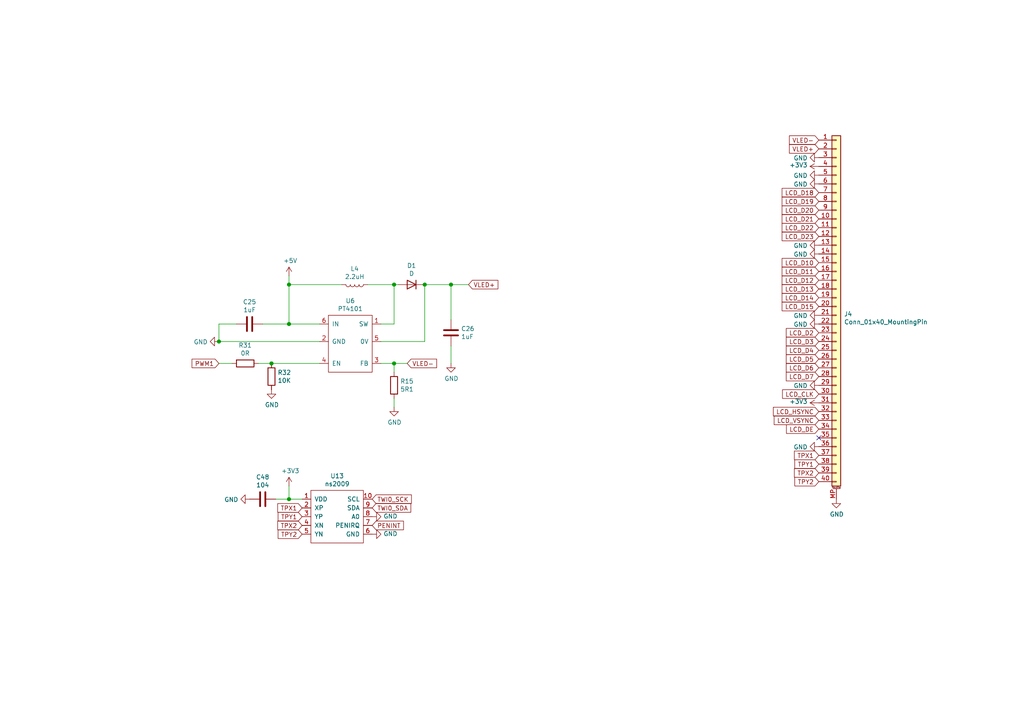
<source format=kicad_sch>
(kicad_sch (version 20210126) (generator eeschema)
  (paper "A4")
  (lib_symbols
    (symbol "Connector_Generic_MountingPin:Conn_01x40_MountingPin" (pin_names (offset 1.016) hide)
      (property "Reference" "J" (at 0 50.8 0))
      (property "Value" "Conn_01x40_MountingPin" (at 1.27 -53.34 0))
      (symbol "Conn_01x40_MountingPin_1_1"
        (text "Mounting" (at 0 -52.451 0) (effects (font (size 0.381 0.381))))
        (rectangle (start -1.27 -27.813) (end 0 -28.067) (stroke (width 0.1524)))
        (rectangle (start -1.27 -30.353) (end 0 -30.607) (stroke (width 0.1524)))
        (rectangle (start -1.27 -32.893) (end 0 -33.147) (stroke (width 0.1524)))
        (rectangle (start -1.27 -35.433) (end 0 -35.687) (stroke (width 0.1524)))
        (rectangle (start -1.27 -37.973) (end 0 -38.227) (stroke (width 0.1524)))
        (rectangle (start -1.27 -40.513) (end 0 -40.767) (stroke (width 0.1524)))
        (rectangle (start -1.27 -43.053) (end 0 -43.307) (stroke (width 0.1524)))
        (rectangle (start -1.27 -45.593) (end 0 -45.847) (stroke (width 0.1524)))
        (rectangle (start -1.27 -48.133) (end 0 -48.387) (stroke (width 0.1524)))
        (rectangle (start -1.27 -4.953) (end 0 -5.207) (stroke (width 0.1524)))
        (rectangle (start -1.27 -50.673) (end 0 -50.927) (stroke (width 0.1524)))
        (rectangle (start -1.27 -7.493) (end 0 -7.747) (stroke (width 0.1524)))
        (rectangle (start -1.27 -10.033) (end 0 -10.287) (stroke (width 0.1524)))
        (rectangle (start -1.27 -12.573) (end 0 -12.827) (stroke (width 0.1524)))
        (rectangle (start -1.27 -15.113) (end 0 -15.367) (stroke (width 0.1524)))
        (rectangle (start -1.27 -17.653) (end 0 -17.907) (stroke (width 0.1524)))
        (rectangle (start -1.27 -20.193) (end 0 -20.447) (stroke (width 0.1524)))
        (rectangle (start -1.27 -22.733) (end 0 -22.987) (stroke (width 0.1524)))
        (rectangle (start -1.27 -2.413) (end 0 -2.667) (stroke (width 0.1524)))
        (rectangle (start -1.27 -25.273) (end 0 -25.527) (stroke (width 0.1524)))
        (rectangle (start -1.27 25.527) (end 0 25.273) (stroke (width 0.1524)))
        (rectangle (start -1.27 2.667) (end 0 2.413) (stroke (width 0.1524)))
        (rectangle (start -1.27 28.067) (end 0 27.813) (stroke (width 0.1524)))
        (rectangle (start -1.27 30.607) (end 0 30.353) (stroke (width 0.1524)))
        (rectangle (start -1.27 33.147) (end 0 32.893) (stroke (width 0.1524)))
        (rectangle (start -1.27 35.687) (end 0 35.433) (stroke (width 0.1524)))
        (rectangle (start -1.27 38.227) (end 0 37.973) (stroke (width 0.1524)))
        (rectangle (start -1.27 40.767) (end 0 40.513) (stroke (width 0.1524)))
        (rectangle (start -1.27 43.307) (end 0 43.053) (stroke (width 0.1524)))
        (rectangle (start -1.27 45.847) (end 0 45.593) (stroke (width 0.1524)))
        (rectangle (start -1.27 48.387) (end 0 48.133) (stroke (width 0.1524)))
        (rectangle (start -1.27 49.53) (end 1.27 -52.07) (stroke (width 0.254)) (fill (type background)))
        (rectangle (start -1.27 5.207) (end 0 4.953) (stroke (width 0.1524)))
        (rectangle (start -1.27 7.747) (end 0 7.493) (stroke (width 0.1524)))
        (rectangle (start -1.27 10.287) (end 0 10.033) (stroke (width 0.1524)))
        (rectangle (start -1.27 0.127) (end 0 -0.127) (stroke (width 0.1524)))
        (rectangle (start -1.27 12.827) (end 0 12.573) (stroke (width 0.1524)))
        (rectangle (start -1.27 15.367) (end 0 15.113) (stroke (width 0.1524)))
        (rectangle (start -1.27 17.907) (end 0 17.653) (stroke (width 0.1524)))
        (rectangle (start -1.27 20.447) (end 0 20.193) (stroke (width 0.1524)))
        (rectangle (start -1.27 22.987) (end 0 22.733) (stroke (width 0.1524)))
        (polyline (pts (xy -1.016 -52.832) (xy 1.016 -52.832)) (stroke (width 0.1524)))
        (pin passive line (at 0 -55.88 90) (length 3.048) (name "MountPin") (number "MP"))
        (pin passive line (at -5.08 48.26 0) (length 3.81) (name "Pin_1") (number "1"))
        (pin passive line (at -5.08 25.4 0) (length 3.81) (name "Pin_10") (number "10"))
        (pin passive line (at -5.08 22.86 0) (length 3.81) (name "Pin_11") (number "11"))
        (pin passive line (at -5.08 20.32 0) (length 3.81) (name "Pin_12") (number "12"))
        (pin passive line (at -5.08 17.78 0) (length 3.81) (name "Pin_13") (number "13"))
        (pin passive line (at -5.08 15.24 0) (length 3.81) (name "Pin_14") (number "14"))
        (pin passive line (at -5.08 12.7 0) (length 3.81) (name "Pin_15") (number "15"))
        (pin passive line (at -5.08 10.16 0) (length 3.81) (name "Pin_16") (number "16"))
        (pin passive line (at -5.08 7.62 0) (length 3.81) (name "Pin_17") (number "17"))
        (pin passive line (at -5.08 5.08 0) (length 3.81) (name "Pin_18") (number "18"))
        (pin passive line (at -5.08 2.54 0) (length 3.81) (name "Pin_19") (number "19"))
        (pin passive line (at -5.08 45.72 0) (length 3.81) (name "Pin_2") (number "2"))
        (pin passive line (at -5.08 0 0) (length 3.81) (name "Pin_20") (number "20"))
        (pin passive line (at -5.08 -2.54 0) (length 3.81) (name "Pin_21") (number "21"))
        (pin passive line (at -5.08 -5.08 0) (length 3.81) (name "Pin_22") (number "22"))
        (pin passive line (at -5.08 -7.62 0) (length 3.81) (name "Pin_23") (number "23"))
        (pin passive line (at -5.08 -10.16 0) (length 3.81) (name "Pin_24") (number "24"))
        (pin passive line (at -5.08 -12.7 0) (length 3.81) (name "Pin_25") (number "25"))
        (pin passive line (at -5.08 -15.24 0) (length 3.81) (name "Pin_26") (number "26"))
        (pin passive line (at -5.08 -17.78 0) (length 3.81) (name "Pin_27") (number "27"))
        (pin passive line (at -5.08 -20.32 0) (length 3.81) (name "Pin_28") (number "28"))
        (pin passive line (at -5.08 -22.86 0) (length 3.81) (name "Pin_29") (number "29"))
        (pin passive line (at -5.08 43.18 0) (length 3.81) (name "Pin_3") (number "3"))
        (pin passive line (at -5.08 -25.4 0) (length 3.81) (name "Pin_30") (number "30"))
        (pin passive line (at -5.08 -27.94 0) (length 3.81) (name "Pin_31") (number "31"))
        (pin passive line (at -5.08 -30.48 0) (length 3.81) (name "Pin_32") (number "32"))
        (pin passive line (at -5.08 -33.02 0) (length 3.81) (name "Pin_33") (number "33"))
        (pin passive line (at -5.08 -35.56 0) (length 3.81) (name "Pin_34") (number "34"))
        (pin passive line (at -5.08 -38.1 0) (length 3.81) (name "Pin_35") (number "35"))
        (pin passive line (at -5.08 -40.64 0) (length 3.81) (name "Pin_36") (number "36"))
        (pin passive line (at -5.08 -43.18 0) (length 3.81) (name "Pin_37") (number "37"))
        (pin passive line (at -5.08 -45.72 0) (length 3.81) (name "Pin_38") (number "38"))
        (pin passive line (at -5.08 -48.26 0) (length 3.81) (name "Pin_39") (number "39"))
        (pin passive line (at -5.08 40.64 0) (length 3.81) (name "Pin_4") (number "4"))
        (pin passive line (at -5.08 -50.8 0) (length 3.81) (name "Pin_40") (number "40"))
        (pin passive line (at -5.08 38.1 0) (length 3.81) (name "Pin_5") (number "5"))
        (pin passive line (at -5.08 35.56 0) (length 3.81) (name "Pin_6") (number "6"))
        (pin passive line (at -5.08 33.02 0) (length 3.81) (name "Pin_7") (number "7"))
        (pin passive line (at -5.08 30.48 0) (length 3.81) (name "Pin_8") (number "8"))
        (pin passive line (at -5.08 27.94 0) (length 3.81) (name "Pin_9") (number "9"))
      )
    )
    (symbol "Device:C" (pin_numbers hide) (pin_names (offset 0.254))
      (property "Reference" "C" (at 0.635 2.54 0))
      (property "Value" "C" (at 0.635 -2.54 0))
      (symbol "C_0_1"
        (polyline (pts (xy -2.032 -0.762) (xy 2.032 -0.762)) (stroke (width 0.508)))
        (polyline (pts (xy -2.032 0.762) (xy 2.032 0.762)) (stroke (width 0.508)))
      )
      (symbol "C_1_1"
        (pin passive line (at 0 3.81 270) (length 2.794) (name "~") (number "1"))
        (pin passive line (at 0 -3.81 90) (length 2.794) (name "~") (number "2"))
      )
    )
    (symbol "Device:D" (pin_numbers hide) (pin_names (offset 1.016) hide)
      (property "Reference" "D" (at 0 2.54 0))
      (property "Value" "D" (at 0 -2.54 0))
      (symbol "D_0_1"
        (polyline (pts (xy -1.27 1.27) (xy -1.27 -1.27)) (stroke (width 0.254)))
        (polyline (pts (xy 1.27 0) (xy -1.27 0)))
        (polyline (pts (xy 1.27 1.27) (xy 1.27 -1.27) (xy -1.27 0) (xy 1.27 1.27)) (stroke (width 0.254)))
      )
      (symbol "D_1_1"
        (pin passive line (at -3.81 0 0) (length 2.54) (name "K") (number "1"))
        (pin passive line (at 3.81 0 180) (length 2.54) (name "A") (number "2"))
      )
    )
    (symbol "Device:L" (pin_numbers hide) (pin_names (offset 1.016) hide)
      (property "Reference" "L" (at -1.27 0 90))
      (property "Value" "L" (at 1.905 0 90))
      (symbol "L_0_1"
        (arc (start 0 -2.54) (end 0 -1.27) (radius (at 0 -1.905) (length 0.635) (angles -89.9 89.9)))
        (arc (start 0 -1.27) (end 0 0) (radius (at 0 -0.635) (length 0.635) (angles -89.9 89.9)))
        (arc (start 0 0) (end 0 1.27) (radius (at 0 0.635) (length 0.635) (angles -89.9 89.9)))
        (arc (start 0 1.27) (end 0 2.54) (radius (at 0 1.905) (length 0.635) (angles -89.9 89.9)))
      )
      (symbol "L_1_1"
        (pin passive line (at 0 3.81 270) (length 1.27) (name "1") (number "1"))
        (pin passive line (at 0 -3.81 90) (length 1.27) (name "2") (number "2"))
      )
    )
    (symbol "Device:R" (pin_numbers hide) (pin_names (offset 0))
      (property "Reference" "R" (at 2.032 0 90))
      (property "Value" "R" (at 0 0 90))
      (symbol "R_0_1"
        (rectangle (start -1.016 -2.54) (end 1.016 2.54) (stroke (width 0.254)))
      )
      (symbol "R_1_1"
        (pin passive line (at 0 3.81 270) (length 1.27) (name "~") (number "1"))
        (pin passive line (at 0 -3.81 90) (length 1.27) (name "~") (number "2"))
      )
    )
    (symbol "allwinner-v3s:PT4101" (pin_names (offset 1.016))
      (property "Reference" "U" (at 6.35 -6.35 0))
      (property "Value" "PT4101" (at -6.35 13.97 0))
      (symbol "PT4101_0_1"
        (rectangle (start -7.62 12.7) (end 5.08 -3.81))
      )
      (symbol "PT4101_1_1"
        (pin input line (at 7.62 10.16 180) (length 2.54) (name "SW") (number "1"))
        (pin input line (at -10.16 5.08 0) (length 2.54) (name "GND") (number "2"))
        (pin input line (at 7.62 -1.27 180) (length 2.54) (name "FB") (number "3"))
        (pin input line (at -10.16 -1.27 0) (length 2.54) (name "EN") (number "4"))
        (pin input line (at 7.62 5.08 180) (length 2.54) (name "0V") (number "5"))
        (pin input line (at -10.16 10.16 0) (length 2.54) (name "IN") (number "6"))
      )
    )
    (symbol "ns2009:ns2009" (pin_names (offset 1.016))
      (property "Reference" "U" (at 6.35 -8.89 0))
      (property "Value" "ns2009" (at -5.08 8.89 0))
      (symbol "ns2009_0_1"
        (rectangle (start -7.62 7.62) (end 7.62 -7.62))
      )
      (symbol "ns2009_1_1"
        (pin input line (at -10.16 5.08 0) (length 2.54) (name "VDD") (number "1"))
        (pin input line (at 10.16 5.08 180) (length 2.54) (name "SCL") (number "10"))
        (pin input line (at -10.16 2.54 0) (length 2.54) (name "XP") (number "2"))
        (pin input line (at -10.16 0 0) (length 2.54) (name "YP") (number "3"))
        (pin input line (at -10.16 -2.54 0) (length 2.54) (name "XN") (number "4"))
        (pin input line (at -10.16 -5.08 0) (length 2.54) (name "YN") (number "5"))
        (pin input line (at 10.16 -5.08 180) (length 2.54) (name "GND") (number "6"))
        (pin input line (at 10.16 -2.54 180) (length 2.54) (name "PENIRQ") (number "7"))
        (pin input line (at 10.16 0 180) (length 2.54) (name "A0") (number "8"))
        (pin input line (at 10.16 2.54 180) (length 2.54) (name "SDA") (number "9"))
      )
    )
    (symbol "power:+3V3" (power) (pin_names (offset 0))
      (property "Value" "+3V3" (at 0 3.556 0))
      (symbol "+3V3_0_1"
        (polyline (pts (xy -0.762 1.27) (xy 0 2.54)))
        (polyline (pts (xy 0 0) (xy 0 2.54)))
        (polyline (pts (xy 0 2.54) (xy 0.762 1.27)))
      )
      (symbol "+3V3_1_1"
        (pin power_in line (at 0 0 90) (length 0) hide (name "+3V3") (number "1"))
      )
    )
    (symbol "power:+5V" (power) (pin_names (offset 0))
      (property "Value" "+5V" (at 0 3.556 0))
      (symbol "+5V_0_1"
        (polyline (pts (xy -0.762 1.27) (xy 0 2.54)))
        (polyline (pts (xy 0 0) (xy 0 2.54)))
        (polyline (pts (xy 0 2.54) (xy 0.762 1.27)))
      )
      (symbol "+5V_1_1"
        (pin power_in line (at 0 0 90) (length 0) hide (name "+5V") (number "1"))
      )
    )
    (symbol "power:GND" (power) (pin_names (offset 0))
      (property "Value" "GND" (at 0 -3.81 0))
      (symbol "GND_0_1"
        (polyline (pts (xy 0 0) (xy 0 -1.27) (xy 1.27 -1.27) (xy 0 -2.54) (xy -1.27 -1.27) (xy 0 -1.27)))
      )
      (symbol "GND_1_1"
        (pin power_in line (at 0 0 270) (length 0) hide (name "GND") (number "1"))
      )
    )
  )
  (junction (at 63.5 99.06) (diameter 1.016))
  (junction (at 78.74 105.41) (diameter 1.016))
  (junction (at 83.82 82.55) (diameter 1.016))
  (junction (at 83.82 93.98) (diameter 1.016))
  (junction (at 83.82 144.78) (diameter 1.016))
  (junction (at 114.3 82.55) (diameter 1.016))
  (junction (at 114.3 105.41) (diameter 1.016))
  (junction (at 123.19 82.55) (diameter 1.016))
  (junction (at 130.81 82.55) (diameter 1.016))
  (no_connect (at 237.49 127))
  (wire (pts (xy 63.5 93.98) (xy 63.5 99.06)))
  (wire (pts (xy 63.5 105.41) (xy 67.31 105.41)))
  (wire (pts (xy 68.58 93.98) (xy 63.5 93.98)))
  (wire (pts (xy 74.93 105.41) (xy 78.74 105.41)))
  (wire (pts (xy 76.2 93.98) (xy 83.82 93.98)))
  (wire (pts (xy 83.82 80.01) (xy 83.82 82.55)))
  (wire (pts (xy 83.82 82.55) (xy 83.82 93.98)))
  (wire (pts (xy 83.82 82.55) (xy 99.06 82.55)))
  (wire (pts (xy 83.82 140.97) (xy 83.82 144.78)))
  (wire (pts (xy 83.82 144.78) (xy 80.01 144.78)))
  (wire (pts (xy 87.63 144.78) (xy 83.82 144.78)))
  (wire (pts (xy 92.71 93.98) (xy 83.82 93.98)))
  (wire (pts (xy 92.71 99.06) (xy 63.5 99.06)))
  (wire (pts (xy 92.71 105.41) (xy 78.74 105.41)))
  (wire (pts (xy 106.68 82.55) (xy 114.3 82.55)))
  (wire (pts (xy 110.49 99.06) (xy 123.19 99.06)))
  (wire (pts (xy 114.3 82.55) (xy 114.3 93.98)))
  (wire (pts (xy 114.3 82.55) (xy 115.57 82.55)))
  (wire (pts (xy 114.3 93.98) (xy 110.49 93.98)))
  (wire (pts (xy 114.3 105.41) (xy 110.49 105.41)))
  (wire (pts (xy 114.3 107.95) (xy 114.3 105.41)))
  (wire (pts (xy 114.3 115.57) (xy 114.3 118.11)))
  (wire (pts (xy 118.11 105.41) (xy 114.3 105.41)))
  (wire (pts (xy 123.19 99.06) (xy 123.19 82.55)))
  (wire (pts (xy 130.81 82.55) (xy 123.19 82.55)))
  (wire (pts (xy 130.81 82.55) (xy 130.81 92.71)))
  (wire (pts (xy 130.81 100.33) (xy 130.81 105.41)))
  (wire (pts (xy 135.89 82.55) (xy 130.81 82.55)))
  (global_label "PWM1" (shape input) (at 63.5 105.41 180) (property "Intersheet References" "${INTERSHEET_REFS}" (effects hide)))
  (global_label "TPX1" (shape input) (at 87.63 147.32 180) (property "Intersheet References" "${INTERSHEET_REFS}" (effects hide)))
  (global_label "TPY1" (shape input) (at 87.63 149.86 180) (property "Intersheet References" "${INTERSHEET_REFS}" (effects hide)))
  (global_label "TPX2" (shape input) (at 87.63 152.4 180) (property "Intersheet References" "${INTERSHEET_REFS}" (effects hide)))
  (global_label "TPY2" (shape input) (at 87.63 154.94 180) (property "Intersheet References" "${INTERSHEET_REFS}" (effects hide)))
  (global_label "TWI0_SCK" (shape input) (at 107.95 144.78 0) (property "Intersheet References" "${INTERSHEET_REFS}" (effects hide)))
  (global_label "TWI0_SDA" (shape input) (at 107.95 147.32 0) (property "Intersheet References" "${INTERSHEET_REFS}" (effects hide)))
  (global_label "PENINT" (shape input) (at 107.95 152.4 0) (property "Intersheet References" "${INTERSHEET_REFS}" (effects hide)))
  (global_label "VLED-" (shape input) (at 118.11 105.41 0) (property "Intersheet References" "${INTERSHEET_REFS}" (effects hide)))
  (global_label "VLED+" (shape input) (at 135.89 82.55 0) (property "Intersheet References" "${INTERSHEET_REFS}" (effects hide)))
  (global_label "VLED-" (shape input) (at 237.49 40.64 180) (property "Intersheet References" "${INTERSHEET_REFS}" (effects hide)))
  (global_label "VLED+" (shape input) (at 237.49 43.18 180) (property "Intersheet References" "${INTERSHEET_REFS}" (effects hide)))
  (global_label "LCD_D18" (shape input) (at 237.49 55.88 180) (property "Intersheet References" "${INTERSHEET_REFS}" (effects hide)))
  (global_label "LCD_D19" (shape input) (at 237.49 58.42 180) (property "Intersheet References" "${INTERSHEET_REFS}" (effects hide)))
  (global_label "LCD_D20" (shape input) (at 237.49 60.96 180) (property "Intersheet References" "${INTERSHEET_REFS}" (effects hide)))
  (global_label "LCD_D21" (shape input) (at 237.49 63.5 180) (property "Intersheet References" "${INTERSHEET_REFS}" (effects hide)))
  (global_label "LCD_D22" (shape input) (at 237.49 66.04 180) (property "Intersheet References" "${INTERSHEET_REFS}" (effects hide)))
  (global_label "LCD_D23" (shape input) (at 237.49 68.58 180) (property "Intersheet References" "${INTERSHEET_REFS}" (effects hide)))
  (global_label "LCD_D10" (shape input) (at 237.49 76.2 180) (property "Intersheet References" "${INTERSHEET_REFS}" (effects hide)))
  (global_label "LCD_D11" (shape input) (at 237.49 78.74 180) (property "Intersheet References" "${INTERSHEET_REFS}" (effects hide)))
  (global_label "LCD_D12" (shape input) (at 237.49 81.28 180) (property "Intersheet References" "${INTERSHEET_REFS}" (effects hide)))
  (global_label "LCD_D13" (shape input) (at 237.49 83.82 180) (property "Intersheet References" "${INTERSHEET_REFS}" (effects hide)))
  (global_label "LCD_D14" (shape input) (at 237.49 86.36 180) (property "Intersheet References" "${INTERSHEET_REFS}" (effects hide)))
  (global_label "LCD_D15" (shape input) (at 237.49 88.9 180) (property "Intersheet References" "${INTERSHEET_REFS}" (effects hide)))
  (global_label "LCD_D2" (shape input) (at 237.49 96.52 180) (property "Intersheet References" "${INTERSHEET_REFS}" (effects hide)))
  (global_label "LCD_D3" (shape input) (at 237.49 99.06 180) (property "Intersheet References" "${INTERSHEET_REFS}" (effects hide)))
  (global_label "LCD_D4" (shape input) (at 237.49 101.6 180) (property "Intersheet References" "${INTERSHEET_REFS}" (effects hide)))
  (global_label "LCD_D5" (shape input) (at 237.49 104.14 180) (property "Intersheet References" "${INTERSHEET_REFS}" (effects hide)))
  (global_label "LCD_D6" (shape input) (at 237.49 106.68 180) (property "Intersheet References" "${INTERSHEET_REFS}" (effects hide)))
  (global_label "LCD_D7" (shape input) (at 237.49 109.22 180) (property "Intersheet References" "${INTERSHEET_REFS}" (effects hide)))
  (global_label "LCD_CLK" (shape input) (at 237.49 114.3 180) (property "Intersheet References" "${INTERSHEET_REFS}" (effects hide)))
  (global_label "LCD_HSYNC" (shape input) (at 237.49 119.38 180) (property "Intersheet References" "${INTERSHEET_REFS}" (effects hide)))
  (global_label "LCD_VSYNC" (shape input) (at 237.49 121.92 180) (property "Intersheet References" "${INTERSHEET_REFS}" (effects hide)))
  (global_label "LCD_DE" (shape input) (at 237.49 124.46 180) (property "Intersheet References" "${INTERSHEET_REFS}" (effects hide)))
  (global_label "TPX1" (shape input) (at 237.49 132.08 180) (property "Intersheet References" "${INTERSHEET_REFS}" (effects hide)))
  (global_label "TPY1" (shape input) (at 237.49 134.62 180) (property "Intersheet References" "${INTERSHEET_REFS}" (effects hide)))
  (global_label "TPX2" (shape input) (at 237.49 137.16 180) (property "Intersheet References" "${INTERSHEET_REFS}" (effects hide)))
  (global_label "TPY2" (shape input) (at 237.49 139.7 180) (property "Intersheet References" "${INTERSHEET_REFS}" (effects hide)))
  (symbol (lib_id "power:+5V") (at 83.82 80.01 0) (unit 1)
    (property "Reference" "#PWR0138" (effects hide))
    (property "Value" "+5V" (at 84.201 75.6158 0))
  )
  (symbol (lib_id "power:+3V3") (at 83.82 140.97 0) (unit 1)
    (property "Reference" "#PWR0215" (effects hide))
    (property "Value" "+3V3" (at 84.201 136.5758 0))
  )
  (symbol (lib_id "power:+3V3") (at 237.49 48.26 90) (unit 1)
    (property "Reference" "#PWR0145" (effects hide))
    (property "Value" "+3V3" (at 234.2388 47.879 90) (effects (justify left)))
  )
  (symbol (lib_id "power:+3V3") (at 237.49 116.84 90) (unit 1)
    (property "Reference" "#PWR0153" (effects hide))
    (property "Value" "+3V3" (at 234.2388 116.459 90) (effects (justify left)))
  )
  (symbol (lib_id "Device:L") (at 102.87 82.55 270) (unit 1)
    (property "Reference" "L4" (at 102.87 77.9526 90))
    (property "Value" "2.2uH" (at 102.87 80.264 90))
    (property "Footprint" "Inductor_SMD:L_Abracon_ASPI-3012S" (effects hide))
  )
  (symbol (lib_id "power:GND") (at 63.5 99.06 270) (unit 1)
    (property "Reference" "#PWR0139" (effects hide))
    (property "Value" "GND" (at 60.2488 99.187 90) (effects (justify right)))
  )
  (symbol (lib_id "power:GND") (at 72.39 144.78 270) (unit 1)
    (property "Reference" "#PWR0216" (effects hide))
    (property "Value" "GND" (at 69.1388 144.907 90) (effects (justify right)))
  )
  (symbol (lib_id "power:GND") (at 78.74 113.03 0) (unit 1)
    (property "Reference" "#PWR0210" (effects hide))
    (property "Value" "GND" (at 78.867 117.4242 0))
  )
  (symbol (lib_id "power:GND") (at 107.95 149.86 90) (unit 1)
    (property "Reference" "#PWR0218" (effects hide))
    (property "Value" "GND" (at 111.2012 149.733 90) (effects (justify right)))
  )
  (symbol (lib_id "power:GND") (at 107.95 154.94 90) (unit 1)
    (property "Reference" "#PWR0217" (effects hide))
    (property "Value" "GND" (at 111.2012 154.813 90) (effects (justify right)))
  )
  (symbol (lib_id "power:GND") (at 114.3 118.11 0) (unit 1)
    (property "Reference" "#PWR0143" (effects hide))
    (property "Value" "GND" (at 114.427 122.5042 0))
  )
  (symbol (lib_id "power:GND") (at 130.81 105.41 0) (unit 1)
    (property "Reference" "#PWR0140" (effects hide))
    (property "Value" "GND" (at 130.937 109.8042 0))
  )
  (symbol (lib_id "power:GND") (at 237.49 45.72 270) (unit 1)
    (property "Reference" "#PWR0144" (effects hide))
    (property "Value" "GND" (at 234.2388 45.847 90) (effects (justify right)))
  )
  (symbol (lib_id "power:GND") (at 237.49 50.8 270) (unit 1)
    (property "Reference" "#PWR0146" (effects hide))
    (property "Value" "GND" (at 234.2388 50.927 90) (effects (justify right)))
  )
  (symbol (lib_id "power:GND") (at 237.49 53.34 270) (unit 1)
    (property "Reference" "#PWR0147" (effects hide))
    (property "Value" "GND" (at 234.2388 53.467 90) (effects (justify right)))
  )
  (symbol (lib_id "power:GND") (at 237.49 71.12 270) (unit 1)
    (property "Reference" "#PWR0148" (effects hide))
    (property "Value" "GND" (at 234.2388 71.247 90) (effects (justify right)))
  )
  (symbol (lib_id "power:GND") (at 237.49 73.66 270) (unit 1)
    (property "Reference" "#PWR0149" (effects hide))
    (property "Value" "GND" (at 234.2388 73.787 90) (effects (justify right)))
  )
  (symbol (lib_id "power:GND") (at 237.49 91.44 270) (unit 1)
    (property "Reference" "#PWR0150" (effects hide))
    (property "Value" "GND" (at 234.2388 91.567 90) (effects (justify right)))
  )
  (symbol (lib_id "power:GND") (at 237.49 93.98 270) (unit 1)
    (property "Reference" "#PWR0151" (effects hide))
    (property "Value" "GND" (at 234.2388 94.107 90) (effects (justify right)))
  )
  (symbol (lib_id "power:GND") (at 237.49 111.76 270) (unit 1)
    (property "Reference" "#PWR0152" (effects hide))
    (property "Value" "GND" (at 234.2388 111.887 90) (effects (justify right)))
  )
  (symbol (lib_id "power:GND") (at 237.49 129.54 270) (unit 1)
    (property "Reference" "#PWR0154" (effects hide))
    (property "Value" "GND" (at 234.2388 129.667 90) (effects (justify right)))
  )
  (symbol (lib_id "power:GND") (at 242.57 144.78 0) (unit 1)
    (property "Reference" "#PWR0155" (effects hide))
    (property "Value" "GND" (at 242.697 149.1742 0))
  )
  (symbol (lib_id "Device:R") (at 71.12 105.41 90) (unit 1)
    (property "Reference" "R31" (at 71.12 100.1522 90))
    (property "Value" "0R" (at 71.12 102.4636 90))
    (property "Footprint" "Resistor_SMD:R_0603_1608Metric" (effects hide))
  )
  (symbol (lib_id "Device:R") (at 78.74 109.22 0) (unit 1)
    (property "Reference" "R32" (at 80.518 108.0516 0) (effects (justify left)))
    (property "Value" "10K" (at 80.518 110.363 0) (effects (justify left)))
    (property "Footprint" "Resistor_SMD:R_0603_1608Metric" (effects hide))
  )
  (symbol (lib_id "Device:R") (at 114.3 111.76 0) (unit 1)
    (property "Reference" "R15" (at 116.078 110.5916 0) (effects (justify left)))
    (property "Value" "5R1" (at 116.078 112.903 0) (effects (justify left)))
    (property "Footprint" "Resistor_SMD:R_0603_1608Metric" (effects hide))
  )
  (symbol (lib_id "Device:D") (at 119.38 82.55 180) (unit 1)
    (property "Reference" "D1" (at 119.38 77.0382 0))
    (property "Value" "D" (at 119.38 79.3496 0))
    (property "Footprint" "LED_SMD:LED_0603_1608Metric" (effects hide))
  )
  (symbol (lib_id "Device:C") (at 72.39 93.98 270) (unit 1)
    (property "Reference" "C25" (at 72.39 87.5792 90))
    (property "Value" "1uF" (at 72.39 89.8906 90))
    (property "Footprint" "Capacitor_SMD:C_0603_1608Metric" (effects hide))
  )
  (symbol (lib_id "Device:C") (at 76.2 144.78 270) (unit 1)
    (property "Reference" "C48" (at 76.2 138.3792 90))
    (property "Value" "104" (at 76.2 140.6906 90))
    (property "Footprint" "Capacitor_SMD:C_0603_1608Metric" (effects hide))
  )
  (symbol (lib_id "Device:C") (at 130.81 96.52 0) (unit 1)
    (property "Reference" "C26" (at 133.731 95.3516 0) (effects (justify left)))
    (property "Value" "1uF" (at 133.731 97.663 0) (effects (justify left)))
    (property "Footprint" "Capacitor_SMD:C_0603_1608Metric" (effects hide))
  )
  (symbol (lib_id "allwinner-v3s:PT4101") (at 102.87 104.14 0) (unit 1)
    (property "Reference" "U6" (at 101.6 87.249 0))
    (property "Value" "PT4101" (at 101.6 89.5604 0))
    (property "Footprint" "Package_TO_SOT_SMD:SOT-23-6" (effects hide))
  )
  (symbol (lib_id "ns2009:ns2009") (at 97.79 149.86 0) (unit 1)
    (property "Reference" "U13" (at 97.79 138.049 0))
    (property "Value" "ns2009" (at 97.79 140.3604 0))
    (property "Footprint" "Package_SO:MSOP-10_3x3mm_P0.5mm" (effects hide))
  )
  (symbol (lib_id "Connector_Generic_MountingPin:Conn_01x40_MountingPin") (at 242.57 88.9 0) (unit 1)
    (property "Reference" "J4" (at 244.8052 91.0844 0) (effects (justify left)))
    (property "Value" "Conn_01x40_MountingPin" (at 244.8052 93.3958 0) (effects (justify left)))
    (property "Footprint" "Connector_FFC-FPC:TE_4-1734839-0_1x40-1MP_P0.5mm_Horizontal" (effects hide))
  )
)
</source>
